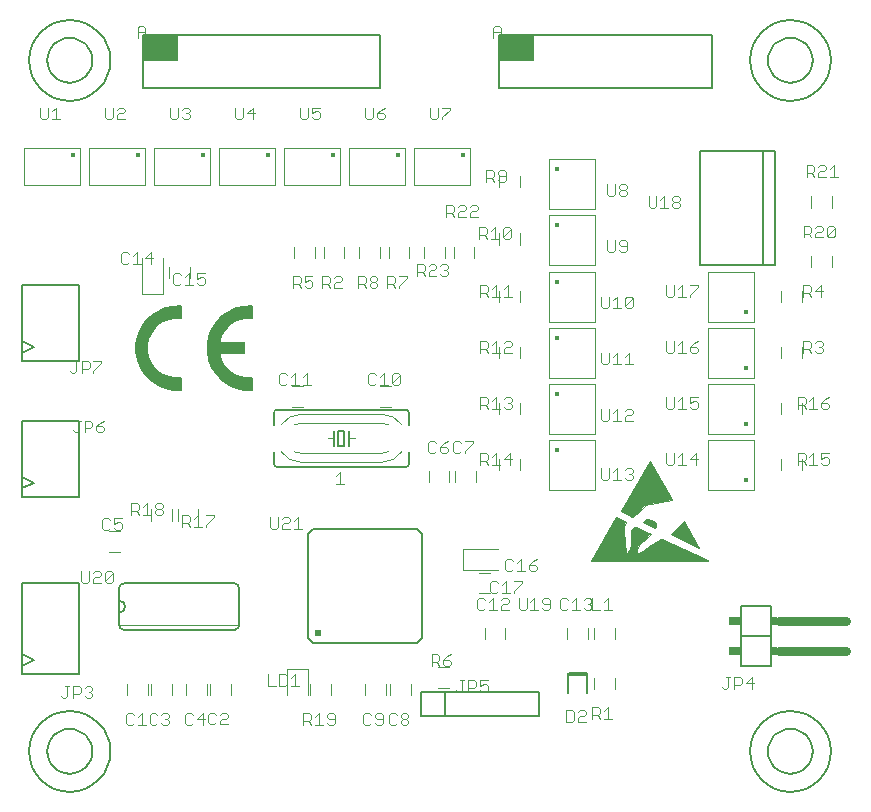
<source format=gbr>
G04 BEGIN FILE *
G04 EdaTools v1.0. *
G04 EdaTools CAM processor. Gerber generator. *
G04 Start timestamp: 11:45:42.022 *
G04 BEGIN HEADER *
%TF.FileFunction,Legend,Top*%
%TF.FilePolarity,Positive*%
%TF.Part,Single*%
%MOMM*%
%FSLAX35Y35*%
G04 END HEADER *
G04 BEGIN MACROS *
%AMM2*21,1,$1,$2,0,0,$3*%
%AMM1*21,1,$1,$2-$3-$3,0,0,$4*
21,1,$1-$3-$3,$2,0,0,$4*
$5=$1/2*
$6=$2/2*
$7=2x$3*
1,1,$7,$5-$3,$6-$3,$4*
1,1,$7,-$5+$3,$6-$3,$4*
1,1,$7,-$5+$3,-$6+$3,$4*
1,1,$7,$5-$3,-$6+$3,$4*%
G04 END MACROS *
G04 BEGIN APERTURES *
%ADD10C,0.1524*%
%ADD11C,0.2032*%
%ADD12C,0.127*%
%ADD13C,0.1*%
%ADD14C,0.0508*%
%ADD15C,0.6096*%
%ADD16C,0.762*%
%ADD17R,0.508X0.762*%
%ADD18R,1.016X0.762*%
%ADD19C,0.125*%
%ADD20C,0.4*%
%ADD21R,1.575X0.3*%
%ADD22R,3X2.25*%
%ADD23R,2.2385X1.0745*%
%ADD24C,0.1432*%
%ADD25C,0.047*%
G04 END APERTURES *
G04 BEGIN POLYGONS *
G36*
X01390400Y03607450D02*
G01*
Y03510750D01*
X01390431Y03510752D01*
X01322122Y03512329D01*
X01255390Y03527008D01*
X01192725Y03554243D01*
X01136465Y03593017D01*
X01088709Y03641884D01*
X01051239Y03699020D01*
X01025451Y03762294D01*
X01012310Y03829346D01*
X01012304Y03897673D01*
X01025434Y03964727D01*
X01051210Y04028005D01*
X01088671Y04085148D01*
X01136418Y04134023D01*
X01192671Y04172807D01*
X01255331Y04200053D01*
X01322060Y04214744D01*
X01390369Y04216332D01*
X01390400Y04119630D01*
X01390445Y04119625D01*
X01339505Y04120307D01*
X01289426Y04110956D01*
X01242166Y04091937D01*
X01199570Y04063992D01*
X01163304Y04028214D01*
X01134784Y03986002D01*
X01115124Y03939004D01*
X01105094Y03889057D01*
X01105085Y03838113D01*
X01115098Y03788162D01*
X01134741Y03741157D01*
X01163246Y03698935D01*
X01199500Y03663144D01*
X01242086Y03635185D01*
X01289340Y03616149D01*
X01339415Y03606780D01*
X01390355Y03607445D01*
X01390400Y03607450D01*
G37*
D24*
Y03510750D01*
X01390431Y03510752D01*
X01322122Y03512329D01*
X01255390Y03527008D01*
X01192725Y03554243D01*
X01136465Y03593017D01*
X01088709Y03641884D01*
X01051239Y03699020D01*
X01025451Y03762294D01*
X01012310Y03829346D01*
X01012304Y03897673D01*
X01025434Y03964727D01*
X01051210Y04028005D01*
X01088671Y04085148D01*
X01136418Y04134023D01*
X01192671Y04172807D01*
X01255331Y04200053D01*
X01322060Y04214744D01*
X01390369Y04216332D01*
X01390400Y04119630D01*
X01390445Y04119625D01*
X01339505Y04120307D01*
X01289426Y04110956D01*
X01242166Y04091937D01*
X01199570Y04063992D01*
X01163304Y04028214D01*
X01134784Y03986002D01*
X01115124Y03939004D01*
X01105094Y03889057D01*
X01105085Y03838113D01*
X01115098Y03788162D01*
X01134741Y03741157D01*
X01163246Y03698935D01*
X01199500Y03663144D01*
X01242086Y03635185D01*
X01289340Y03616149D01*
X01339415Y03606780D01*
X01390355Y03607445D01*
X01390400Y03607450D01*
G36*
X01995700D02*
Y03510750D01*
X01995731Y03510752D01*
X01927422Y03512329D01*
X01860690Y03527008D01*
X01798025Y03554243D01*
X01741765Y03593017D01*
X01694009Y03641884D01*
X01656539Y03699020D01*
X01630751Y03762294D01*
X01617610Y03829346D01*
X01617604Y03897673D01*
X01630734Y03964727D01*
X01656510Y04028005D01*
X01693971Y04085148D01*
X01741718Y04134023D01*
X01797971Y04172807D01*
X01860631Y04200053D01*
X01927360Y04214744D01*
X01995669Y04216332D01*
X01995700Y04119630D01*
X01995745Y04119625D01*
X01944805Y04120307D01*
X01894727Y04110956D01*
X01847466Y04091937D01*
X01804870Y04063992D01*
X01768604Y04028214D01*
X01740084Y03986002D01*
X01720424Y03939004D01*
X01710394Y03889057D01*
X01710385Y03838113D01*
X01720398Y03788162D01*
X01740041Y03741157D01*
X01768546Y03698935D01*
X01804800Y03663144D01*
X01847386Y03635185D01*
X01894640Y03616149D01*
X01944715Y03606780D01*
X01995655Y03607445D01*
X01995700Y03607450D01*
G37*
Y03510750D01*
X01995731Y03510752D01*
X01927422Y03512329D01*
X01860690Y03527008D01*
X01798025Y03554243D01*
X01741765Y03593017D01*
X01694009Y03641884D01*
X01656539Y03699020D01*
X01630751Y03762294D01*
X01617610Y03829346D01*
X01617604Y03897673D01*
X01630734Y03964727D01*
X01656510Y04028005D01*
X01693971Y04085148D01*
X01741718Y04134023D01*
X01797971Y04172807D01*
X01860631Y04200053D01*
X01927360Y04214744D01*
X01995669Y04216332D01*
X01995700Y04119630D01*
X01995745Y04119625D01*
X01944805Y04120307D01*
X01894727Y04110956D01*
X01847466Y04091937D01*
X01804870Y04063992D01*
X01768604Y04028214D01*
X01740084Y03986002D01*
X01720424Y03939004D01*
X01710394Y03889057D01*
X01710385Y03838113D01*
X01720398Y03788162D01*
X01740041Y03741157D01*
X01768546Y03698935D01*
X01804800Y03663144D01*
X01847386Y03635185D01*
X01894640Y03616149D01*
X01944715Y03606780D01*
X01995655Y03607445D01*
X01995700Y03607450D01*
G36*
X04859430Y02059430D02*
X05071560Y02431840D01*
X05161130Y02389420D01*
X05146990Y02365850D01*
X05142280Y02356420D01*
Y02318710D01*
X05156420Y02130140D01*
X05165850D01*
X05179990Y02139570D01*
X05189420Y02158430D01*
X05198850Y02186710D01*
X05203560Y02229140D01*
Y02318710D01*
X05227130Y02351700D01*
X05241270D01*
X05368550Y02290420D01*
Y02285710D01*
X05278990Y02205570D01*
X05260130Y02177280D01*
X05250700Y02158430D01*
Y02144280D01*
X05255420Y02134850D01*
X05260130Y02130140D01*
X05269560D01*
X05302560Y02149000D01*
X05340270Y02172570D01*
X05373270Y02196140D01*
X05415700Y02224420D01*
X05453410Y02247990D01*
X05462840D01*
X05854110Y02068860D01*
Y02059430D01*
X04859430D01*
G37*
D25*
X05071560Y02431840D01*
X05161130Y02389420D01*
X05146990Y02365850D01*
X05142280Y02356420D01*
Y02318710D01*
X05156420Y02130140D01*
X05165850D01*
X05179990Y02139570D01*
X05189420Y02158430D01*
X05198850Y02186710D01*
X05203560Y02229140D01*
Y02318710D01*
X05227130Y02351700D01*
X05241270D01*
X05368550Y02290420D01*
Y02285710D01*
X05278990Y02205570D01*
X05260130Y02177280D01*
X05250700Y02158430D01*
Y02144280D01*
X05255420Y02134850D01*
X05260130Y02130140D01*
X05269560D01*
X05302560Y02149000D01*
X05340270Y02172570D01*
X05373270Y02196140D01*
X05415700Y02224420D01*
X05453410Y02247990D01*
X05462840D01*
X05854110Y02068860D01*
Y02059430D01*
X04859430D01*
G36*
X05113990Y02483700D02*
X05359130Y02907970D01*
X05547690Y02582700D01*
Y02573270D01*
X05321410Y02530840D01*
X05316700Y02526130D01*
X05217700Y02436560D01*
X05208270D01*
X05113990Y02483700D01*
G37*
X05359130Y02907970D01*
X05547690Y02582700D01*
Y02573270D01*
X05321410Y02530840D01*
X05316700Y02526130D01*
X05217700Y02436560D01*
X05208270D01*
X05113990Y02483700D01*
G36*
X05302560Y02389420D02*
X05335560Y02412990D01*
X05344980D01*
X05392130Y02398850D01*
X05406270Y02389420D01*
X05415700Y02375280D01*
X05410980Y02356420D01*
X05401550Y02342280D01*
X05302560Y02389420D01*
G37*
X05335560Y02412990D01*
X05344980D01*
X05392130Y02398850D01*
X05406270Y02389420D01*
X05415700Y02375280D01*
X05410980Y02356420D01*
X05401550Y02342280D01*
X05302560Y02389420D01*
G36*
X05778680Y02172570D02*
X05542980Y02285710D01*
Y02290420D01*
X05646690Y02403560D01*
X05778680Y02172570D01*
G37*
X05542980Y02285710D01*
Y02290420D01*
X05646690Y02403560D01*
X05778680Y02172570D01*
G04 END POLYGONS *
G04 BEGIN IMAGE *
D10*
X06892900Y00450000D02*
X06886311Y00516896D01*
X06866798Y00581222D01*
X06835111Y00640505D01*
X06792467Y00692467D01*
X06740505Y00735111D01*
X06681222Y00766798D01*
X06616896Y00786311D01*
X06550000Y00792900D01*
X06483104Y00786311D01*
X06418778Y00766798D01*
X06359495Y00735111D01*
X06307533Y00692467D01*
X06264889Y00640505D01*
X06233202Y00581222D01*
X06213689Y00516896D01*
X06207100Y00450000D01*
X06213689Y00383104D01*
X06233202Y00318778D01*
X06264889Y00259495D01*
X06307533Y00207533D01*
X06359495Y00164889D01*
X06418778Y00133202D01*
X06483104Y00113689D01*
X06550000Y00107100D01*
X06616896Y00113689D01*
X06681222Y00133202D01*
X06740505Y00164889D01*
X06792467Y00207533D01*
X06835111Y00259495D01*
X06866798Y00318778D01*
X06886311Y00383104D01*
X06892900Y00450000D01*
D11*
X06740000D02*
X06736349Y00487067D01*
X06725537Y00522710D01*
X06707979Y00555558D01*
X06684350Y00584350D01*
X06655558Y00607979D01*
X06622710Y00625537D01*
X06587067Y00636349D01*
X06550000Y00640000D01*
X06512933Y00636349D01*
X06477290Y00625537D01*
X06444442Y00607979D01*
X06415650Y00584350D01*
X06392021Y00555558D01*
X06374463Y00522710D01*
X06363651Y00487067D01*
X06360000Y00450000D01*
X06363651Y00412933D01*
X06374463Y00377290D01*
X06392021Y00344442D01*
X06415650Y00315650D01*
X06444442Y00292021D01*
X06477290Y00274463D01*
X06512933Y00263651D01*
X06550000Y00260000D01*
X06587067Y00263651D01*
X06622710Y00274463D01*
X06655558Y00292021D01*
X06684350Y00315650D01*
X06707979Y00344442D01*
X06725537Y00377290D01*
X06736349Y00412933D01*
X06740000Y00450000D01*
D12*
X04425000Y00750000D02*
X03625000D01*
X03425000D01*
Y00950000D01*
X03625000D01*
X04425000D01*
Y00750000D01*
X03625000Y00950000D02*
Y00750000D01*
D13*
X04087500Y05227750D02*
Y05322250D01*
X04262500Y05227750D02*
Y05322250D01*
X04087500Y04740250D02*
Y04834750D01*
X04262500Y04740250D02*
Y04834750D01*
X04087500Y04252750D02*
Y04347250D01*
X04262500Y04252750D02*
Y04347250D01*
X04087500Y03777750D02*
Y03872250D01*
X04262500Y03777750D02*
Y03872250D01*
D10*
X01844900Y01870580D02*
X00905100D01*
X01844900Y01479420D02*
G03*
G75*
X01883000Y01517520I00000000J00038100D01*
X00867000Y01832480D02*
G02*
G75*
X00905100Y01870580I00038100J00000000D01*
X01844900D02*
X01883000Y01832480I00000000J-00038100D01*
X00867000Y01517520D02*
G03*
G75*
X00905100Y01479420I00038100J00000000D01*
G01*
X01844900D01*
X01883000Y01517520D02*
Y01832480D01*
X00867000D02*
Y01725800D01*
Y01624200D01*
Y01517520D01*
Y01725800D02*
G02*
G75*
Y01624200I00000000J-00050800D01*
D14*
Y01514980D02*
G01*
X01883000D01*
D13*
X01113250Y01022250D02*
Y00927750D01*
X00936750Y01022250D02*
Y00927750D01*
X01813250Y01022250D02*
Y00927750D01*
X01636750Y01022250D02*
Y00927750D01*
X01313250Y01022250D02*
Y00927750D01*
X01136750Y01022250D02*
Y00927750D01*
X01613250Y01022250D02*
Y00927750D01*
X01436750Y01022250D02*
Y00927750D01*
D12*
X00040880Y02600000D02*
X00525000D01*
Y03250000D01*
X00040880D01*
X00040880Y02775000D01*
Y02600000D01*
X00040870Y02675000D02*
X00150000Y02725000D01*
X00040880Y02775000D01*
Y03750000D02*
X00525000D01*
Y04400000D01*
X00040880D01*
X00040880Y03925000D01*
Y03750000D01*
X00040870Y03825000D02*
X00150000Y03875000D01*
X00040880Y03925000D01*
D10*
X06892900Y06300000D02*
X06886311Y06366896D01*
X06866798Y06431222D01*
X06835111Y06490505D01*
X06792467Y06542467D01*
X06740505Y06585111D01*
X06681222Y06616798D01*
X06616896Y06636311D01*
X06550000Y06642900D01*
X06483104Y06636311D01*
X06418778Y06616798D01*
X06359495Y06585111D01*
X06307533Y06542467D01*
X06264889Y06490505D01*
X06233202Y06431222D01*
X06213689Y06366896D01*
X06207100Y06300000D01*
X06213689Y06233104D01*
X06233202Y06168778D01*
X06264889Y06109495D01*
X06307533Y06057533D01*
X06359495Y06014889D01*
X06418778Y05983202D01*
X06483104Y05963689D01*
X06550000Y05957100D01*
X06616896Y05963689D01*
X06681222Y05983202D01*
X06740505Y06014889D01*
X06792467Y06057533D01*
X06835111Y06109495D01*
X06866798Y06168778D01*
X06886311Y06233104D01*
X06892900Y06300000D01*
D11*
X06740000D02*
X06736349Y06337067D01*
X06725537Y06372710D01*
X06707979Y06405558D01*
X06684350Y06434350D01*
X06655558Y06457979D01*
X06622710Y06475537D01*
X06587067Y06486349D01*
X06550000Y06490000D01*
X06512933Y06486349D01*
X06477290Y06475537D01*
X06444442Y06457979D01*
X06415650Y06434350D01*
X06392021Y06405558D01*
X06374463Y06372710D01*
X06363651Y06337067D01*
X06360000Y06300000D01*
X06363651Y06262933D01*
X06374463Y06227290D01*
X06392021Y06194442D01*
X06415650Y06165650D01*
X06444442Y06142021D01*
X06477290Y06124463D01*
X06512933Y06113651D01*
X06550000Y06110000D01*
X06587067Y06113651D01*
X06622710Y06124463D01*
X06655558Y06142021D01*
X06684350Y06165650D01*
X06707979Y06194442D01*
X06725537Y06227290D01*
X06736349Y06262933D01*
X06740000Y06300000D01*
D13*
X03888250Y02822250D02*
Y02727750D01*
X03711750Y02822250D02*
Y02727750D01*
X03663250Y02822250D02*
Y02727750D01*
X03486750Y02822250D02*
Y02727750D01*
X00777750Y02313250D02*
X00872250D01*
X00777750Y02136750D02*
X00872250D01*
D14*
X02407100Y03303200D02*
G03*
G75*
X02239100Y03214290I00000014J-00203204D01*
D10*
X02178500Y03214300D02*
G01*
Y03315900D01*
D14*
X03260910Y03214300D02*
G03*
G75*
X03092900Y03303200I-00168010J-00114308D01*
D10*
X03321500Y03214300D02*
G01*
Y03315900D01*
D14*
X03092900Y02973000D02*
X02407100D01*
X03092900Y02896800D02*
X02407100D01*
Y03227000D02*
X03092900D01*
D10*
X03296100Y02858700D02*
X02203900D01*
X03321500Y02884100D02*
G02*
G75*
X03296100Y02858700I-00025400J00000000D01*
X03321500Y02884100D02*
G01*
Y02985700D01*
D14*
X03148260D02*
G02*
G75*
X03092900Y02973000I-00055361J00114314D01*
X03148260Y03214300D02*
G03*
G75*
X03092900Y03227000I-00055361J-00114314D01*
X03260910Y02985700D02*
G02*
G75*
X03092900Y02896790I-00168019J00114303D01*
X02407100Y02896800D02*
X02239090Y02985700I00000000J00203208D01*
X02407100Y02973000D02*
X02351740Y02985700I00000001J00127014D01*
X02407100Y03227000D02*
G03*
G75*
X02351740Y03214300I00000001J-00127014D01*
D10*
X02178500Y02884100D02*
G01*
Y02985700D01*
X02203900Y02858700D02*
G02*
G75*
X02178500Y02884100I00000000J00025400D01*
D14*
X02407100Y03303200D02*
G01*
X03092900D01*
D10*
X03296100Y03341300D02*
X02203900D01*
X03321500Y03315900D02*
G03*
G75*
X03296100Y03341300I-00025400J00000000D01*
X02203900D02*
X02178500Y03315900I00000000J-00025400D01*
X02775400Y03036500D02*
G01*
Y03163500D01*
X02724600D01*
Y03036500D01*
X02775400D01*
X02813500D02*
Y03100000D01*
Y03163500D01*
D14*
Y03100000D02*
X02864300D01*
D10*
X02686500Y03036500D02*
Y03100000D01*
Y03163500D01*
D14*
Y03100000D02*
X02635700D01*
D13*
X03172250Y03361750D02*
X03077750D01*
X03172250Y03538250D02*
X03077750D01*
X02327750D02*
X02422250D01*
X02327750Y03361750D02*
X02422250D01*
X01362500Y02402750D02*
Y02497250D01*
X01537500Y02402750D02*
Y02497250D01*
X01137500Y02402750D02*
Y02497250D01*
X01312500Y02402750D02*
Y02497250D01*
X04087500Y03302750D02*
Y03397250D01*
X04262500Y03302750D02*
Y03397250D01*
X04087500Y02827750D02*
Y02922250D01*
X04262500Y02827750D02*
Y02922250D01*
D11*
X02510000Y01370000D02*
X02470000Y01410000D01*
Y02290000D01*
X02510000Y02330000D01*
X03390000D01*
X03430000Y02290000D01*
Y01410000D01*
X03390000Y01370000D01*
X02510000D01*
D15*
X02550000Y01450000D03*
D13*
X02949250Y00927750D02*
Y01022250D01*
X03125750Y00927750D02*
Y01022250D01*
X03161750Y00927750D02*
Y01022250D01*
X03338250Y00927750D02*
Y01022250D01*
X06650000Y02922250D02*
Y02827750D01*
X06475000Y02922250D02*
Y02827750D01*
X06650000Y03397250D02*
Y03302750D01*
X06475000Y03397250D02*
Y03302750D01*
X04138250Y01497250D02*
Y01402750D01*
X03961750Y01497250D02*
Y01402750D01*
X04661750D02*
Y01497250D01*
X04838250Y01402750D02*
Y01497250D01*
X01062500Y04325000D02*
Y04625000D01*
X01237500Y04325000D02*
Y04625000D01*
Y04325000D02*
X01062500D01*
D10*
X06134500Y01679000D02*
Y01425000D01*
X06388500D01*
Y01679000D01*
X06134500D01*
D16*
X07023500Y01552000D02*
X06452000Y01552000D01*
D10*
X06134500Y01425000D02*
Y01171000D01*
X06388500D01*
Y01425000D01*
D16*
X07023500Y01298000D02*
X06452000Y01298000D01*
D17*
X06413900Y01552000D03*
Y01298000D03*
D18*
X06083700Y01552000D03*
Y01298000D03*
D13*
X01463250Y04547250D02*
Y04452750D01*
X01286750Y04547250D02*
Y04452750D01*
X03775000Y02162500D02*
X04075000D01*
X03775000Y01987500D02*
X04075000D01*
X03775000D02*
Y02162500D01*
X04009750Y01786750D02*
X03915250D01*
X04009750Y01963250D02*
X03915250D01*
X02487500Y00927750D02*
Y01022250D01*
X02662500Y00927750D02*
Y01022250D01*
X02462500Y01150000D02*
Y00927750D01*
X02287500Y01150000D02*
Y00927750D01*
X02462500Y01150000D02*
X02287500D01*
X06650000Y03872250D02*
Y03777750D01*
X06475000Y03872250D02*
Y03777750D01*
X06650000Y04347250D02*
Y04252750D01*
X06475000Y04347250D02*
Y04252750D01*
D10*
X00792900Y06300000D02*
X00786311Y06366896D01*
X00766798Y06431222D01*
X00735111Y06490505D01*
X00692467Y06542467D01*
X00640505Y06585111D01*
X00581222Y06616798D01*
X00516896Y06636311D01*
X00450000Y06642900D01*
X00383104Y06636311D01*
X00318778Y06616798D01*
X00259495Y06585111D01*
X00207533Y06542467D01*
X00164889Y06490505D01*
X00133202Y06431222D01*
X00113689Y06366896D01*
X00107100Y06300000D01*
X00113689Y06233104D01*
X00133202Y06168778D01*
X00164889Y06109495D01*
X00207533Y06057533D01*
X00259495Y06014889D01*
X00318778Y05983202D01*
X00383104Y05963689D01*
X00450000Y05957100D01*
X00516896Y05963689D01*
X00581222Y05983202D01*
X00640505Y06014889D01*
X00692467Y06057533D01*
X00735111Y06109495D01*
X00766798Y06168778D01*
X00786311Y06233104D01*
X00792900Y06300000D01*
D11*
X00640000D02*
X00636349Y06337067D01*
X00625537Y06372710D01*
X00607979Y06405558D01*
X00584350Y06434350D01*
X00555558Y06457979D01*
X00522710Y06475537D01*
X00487067Y06486349D01*
X00450000Y06490000D01*
X00412933Y06486349D01*
X00377290Y06475537D01*
X00344442Y06457979D01*
X00315650Y06434350D01*
X00292021Y06405558D01*
X00274463Y06372710D01*
X00263651Y06337067D01*
X00260000Y06300000D01*
X00263651Y06262933D01*
X00274463Y06227290D01*
X00292021Y06194442D01*
X00315650Y06165650D01*
X00344442Y06142021D01*
X00377290Y06124463D01*
X00412933Y06113651D01*
X00450000Y06110000D01*
X00487067Y06113651D01*
X00522710Y06124463D01*
X00555558Y06142021D01*
X00584350Y06165650D01*
X00607979Y06194442D01*
X00625537Y06227290D01*
X00636349Y06262933D01*
X00640000Y06300000D01*
D10*
X00792900Y00450000D02*
X00786311Y00516896D01*
X00766798Y00581222D01*
X00735111Y00640505D01*
X00692467Y00692467D01*
X00640505Y00735111D01*
X00581222Y00766798D01*
X00516896Y00786311D01*
X00450000Y00792900D01*
X00383104Y00786311D01*
X00318778Y00766798D01*
X00259495Y00735111D01*
X00207533Y00692467D01*
X00164889Y00640505D01*
X00133202Y00581222D01*
X00113689Y00516896D01*
X00107100Y00450000D01*
X00113689Y00383104D01*
X00133202Y00318778D01*
X00164889Y00259495D01*
X00207533Y00207533D01*
X00259495Y00164889D01*
X00318778Y00133202D01*
X00383104Y00113689D01*
X00450000Y00107100D01*
X00516896Y00113689D01*
X00581222Y00133202D01*
X00640505Y00164889D01*
X00692467Y00207533D01*
X00735111Y00259495D01*
X00766798Y00318778D01*
X00786311Y00383104D01*
X00792900Y00450000D01*
D11*
X00640000D02*
X00636349Y00487067D01*
X00625537Y00522710D01*
X00607979Y00555558D01*
X00584350Y00584350D01*
X00555558Y00607979D01*
X00522710Y00625537D01*
X00487067Y00636349D01*
X00450000Y00640000D01*
X00412933Y00636349D01*
X00377290Y00625537D01*
X00344442Y00607979D01*
X00315650Y00584350D01*
X00292021Y00555558D01*
X00274463Y00522710D01*
X00263651Y00487067D01*
X00260000Y00450000D01*
X00263651Y00412933D01*
X00274463Y00377290D01*
X00292021Y00344442D01*
X00315650Y00315650D01*
X00344442Y00292021D01*
X00377290Y00274463D01*
X00412933Y00263651D01*
X00450000Y00260000D01*
X00487067Y00263651D01*
X00522710Y00274463D01*
X00555558Y00292021D01*
X00584350Y00315650D01*
X00607979Y00344442D01*
X00625537Y00377290D01*
X00636349Y00412933D01*
X00640000Y00450000D01*
D12*
X00040880Y01100000D02*
X00525000D01*
Y01877000D01*
X00040880D01*
X00040880Y01275000D01*
Y01100000D01*
X00040870Y01175000D02*
X00150000Y01225000D01*
X00040880Y01275000D01*
D13*
X04887500Y01402750D02*
Y01497250D01*
X05062500Y01402750D02*
Y01497250D01*
Y01072250D02*
Y00977750D01*
X04887500Y01072250D02*
Y00977750D01*
X02775000Y04722250D02*
Y04627750D01*
X02600000Y04722250D02*
Y04627750D01*
X02525000Y04722250D02*
Y04627750D01*
X02350000Y04722250D02*
Y04627750D01*
X03565250Y01162500D02*
X03659750D01*
X03565250Y00987500D02*
X03659750D01*
D19*
X00060000Y05241750D02*
Y05508250D01*
Y05558250D01*
X00540000D01*
Y05508250D01*
Y05241750D01*
X00060000D01*
D20*
X00475000Y05500000D03*
D19*
X00610000Y05241750D02*
Y05508250D01*
Y05558250D01*
X01090000D01*
Y05508250D01*
Y05241750D01*
X00610000D01*
D20*
X01025000Y05500000D03*
D19*
X01160000Y05241750D02*
Y05508250D01*
Y05558250D01*
X01640000D01*
Y05508250D01*
Y05241750D01*
X01160000D01*
D20*
X01575000Y05500000D03*
D19*
X01710000Y05241750D02*
Y05508250D01*
Y05558250D01*
X02190000D01*
Y05508250D01*
Y05241750D01*
X01710000D01*
D20*
X02125000Y05500000D03*
D19*
X02260000Y05241750D02*
Y05508250D01*
Y05558250D01*
X02740000D01*
Y05508250D01*
Y05241750D01*
X02260000D01*
D20*
X02675000Y05500000D03*
D11*
X04830000Y01110000D02*
Y00940000D01*
X04670000D02*
Y01110000D01*
D21*
X04751250Y01105000D03*
D19*
X04894250Y05038250D02*
X04505750D01*
Y05461750D01*
X04894250D01*
Y05038250D01*
D20*
X04573000Y05377000D03*
D19*
X04894250Y04563250D02*
X04505750D01*
Y04986750D01*
X04894250D01*
Y04563250D01*
D20*
X04573000Y04902000D03*
D19*
X04894250Y04088250D02*
X04505750D01*
Y04511750D01*
X04894250D01*
Y04088250D01*
D20*
X04573000Y04427000D03*
D19*
X04894250Y03613250D02*
X04505750D01*
Y04036750D01*
X04894250D01*
Y03613250D01*
D20*
X04573000Y03952000D03*
D19*
X04894250Y03138250D02*
X04505750D01*
Y03561750D01*
X04894250D01*
Y03138250D01*
D20*
X04573000Y03477000D03*
D19*
X04894250Y02663250D02*
X04505750D01*
Y03086750D01*
X04894250D01*
Y02663250D01*
D20*
X04573000Y03002000D03*
D19*
X05855750Y03086750D02*
X06244250D01*
Y02663250D01*
X05855750D01*
Y03086750D01*
D20*
X06177000Y02748000D03*
D19*
X05855750Y03561750D02*
X06244250D01*
Y03138250D01*
X05855750D01*
Y03561750D01*
D20*
X06177000Y03223000D03*
D19*
X05855750Y04036750D02*
X06244250D01*
Y03613250D01*
X05855750D01*
Y04036750D01*
D20*
X06177000Y03698000D03*
D19*
X05855750Y04511750D02*
X06244250D01*
Y04088250D01*
X05855750D01*
Y04511750D01*
D20*
X06177000Y04173000D03*
D13*
X03325000Y04722250D02*
Y04627750D01*
X03150000Y04722250D02*
Y04627750D01*
X03075000Y04722250D02*
Y04627750D01*
X02900000Y04722250D02*
Y04627750D01*
D19*
X02810000Y05241750D02*
Y05508250D01*
Y05558250D01*
X03290000D01*
Y05508250D01*
Y05241750D01*
X02810000D01*
D20*
X03225000Y05500000D03*
D12*
X01073000Y06062500D02*
X03073000D01*
Y06512500D01*
X01073000D01*
Y06062500D01*
D22*
X01223000Y06400000D03*
D12*
X04085500Y06062500D02*
X05885500D01*
Y06512500D01*
X04085500D01*
Y06062500D01*
D22*
X04235500Y06400000D03*
D23*
X01821095Y03863535D03*
D13*
X06725000Y04552750D02*
Y04647250D01*
X06900000Y04552750D02*
Y04647250D01*
X06725000Y05052750D02*
Y05147250D01*
X06900000Y05052750D02*
Y05147250D01*
D10*
X05782000Y05535500D02*
X06316400D01*
X06418000D01*
X05782000Y04564500D02*
Y05535500D01*
X06418000D02*
Y04564500D01*
X05782000D01*
X06316400Y05535500D02*
Y04564500D01*
D19*
X03360000Y05241750D02*
Y05508250D01*
Y05558250D01*
X03840000D01*
Y05508250D01*
Y05241750D01*
X03360000D01*
D20*
X03775000Y05500000D03*
D13*
X03875000Y04722250D02*
Y04627750D01*
X03700000Y04722250D02*
Y04627750D01*
X03625000Y04722250D02*
Y04627750D01*
X03450000Y04722250D02*
Y04627750D01*
X03722600Y00966133D02*
X03739534Y00949200D01*
X03756467D01*
X03773400Y00966133D01*
Y01050800D01*
X03756467D02*
X03790334D01*
X03824200Y00949200D02*
Y01050800D01*
X03875000D01*
X03891933Y01033867D01*
Y01000000D01*
X03875000Y00983067D01*
X03824200D01*
X03925800Y00966133D02*
X03942733Y00949200D01*
X03976600D01*
X03993533Y00966133D01*
Y01000000D01*
X03976600Y01016933D01*
X03959666D01*
X03925800Y01000000D01*
Y01050800D01*
X03993533D01*
X03971400Y05273000D02*
Y05374600D01*
X04022200D01*
X04039133Y05357666D01*
Y05323800D01*
X04022200Y05306866D01*
X03971400D01*
X04039133Y05273000D02*
X04022200Y05306866D01*
X04073000Y05289933D02*
X04089933Y05273000D01*
X04123800D01*
X04140733Y05289933D01*
Y05357666D01*
X04123800Y05374600D01*
X04089933D01*
X04073000Y05357666D01*
Y05340733D01*
X04089933Y05323800D01*
X04140733D01*
X03917600Y04790000D02*
Y04891600D01*
X03968400D01*
X03985334Y04874666D01*
Y04840800D01*
X03968400Y04823866D01*
X03917600D01*
X03985334Y04790000D02*
X03968400Y04823866D01*
X04019200Y04790000D02*
X04086933D01*
X04053067D02*
Y04891600D01*
X04019200Y04857733D01*
X04120800Y04806933D02*
X04137733Y04790000D01*
X04171600D01*
X04188533Y04806933D01*
Y04874666D01*
X04171600Y04891600D01*
X04137733D01*
X04120800Y04874666D01*
Y04806933D01*
X04188533Y04874666D01*
X03920600Y04298000D02*
Y04399600D01*
X03971400D01*
X03988334Y04382666D01*
Y04348800D01*
X03971400Y04331866D01*
X03920600D01*
X03988334Y04298000D02*
X03971400Y04331866D01*
X04022200Y04298000D02*
X04089933D01*
X04056067D02*
Y04399600D01*
X04022200Y04365733D01*
X04123800Y04298000D02*
X04191533D01*
X04157666D02*
Y04399600D01*
X04123800Y04365733D01*
X03920600Y03823000D02*
Y03924600D01*
X03971400D01*
X03988334Y03907666D01*
Y03873800D01*
X03971400Y03856867D01*
X03920600D01*
X03988334Y03823000D02*
X03971400Y03856867D01*
X04022200Y03823000D02*
X04089933D01*
X04056067D02*
Y03924600D01*
X04022200Y03890733D01*
X04191533Y03823000D02*
X04123800D01*
Y03856867D01*
X04140733Y03873800D01*
X04174600D01*
X04191533Y03890733D01*
Y03907666D01*
X04174600Y03924600D01*
X04140733D01*
X04123800Y03907666D01*
X00547600Y01975800D02*
Y01891133D01*
X00564534Y01874200D01*
X00598400D01*
X00615334Y01891133D01*
Y01975800D01*
X00716933Y01874200D02*
X00649200D01*
Y01908067D01*
X00666133Y01925000D01*
X00700000D01*
X00716933Y01941933D01*
Y01958867D01*
X00700000Y01975800D01*
X00666133D01*
X00649200Y01958867D01*
X00750800Y01891133D02*
X00767733Y01874200D01*
X00801600D01*
X00818533Y01891133D01*
Y01958867D01*
X00801600Y01975800D01*
X00767733D01*
X00750800Y01958867D01*
Y01891133D01*
X00818533Y01958867D01*
X00991667Y00758333D02*
X00975000Y00775000D01*
X00941667D01*
X00925000Y00758333D01*
Y00691667D01*
X00941667Y00675000D01*
X00975000D01*
X00991667Y00691667D01*
X01025000Y00675000D02*
X01091666D01*
X01058333D02*
Y00775000D01*
X01025000Y00741666D01*
X01689667Y00760333D02*
X01673000Y00777000D01*
X01639667D01*
X01623000Y00760333D01*
Y00693667D01*
X01639667Y00677000D01*
X01673000D01*
X01689667Y00693667D01*
X01789666Y00677000D02*
X01723000D01*
Y00710333D01*
X01739667Y00727000D01*
X01773000D01*
X01789666Y00743666D01*
Y00760333D01*
X01773000Y00777000D01*
X01739667D01*
X01723000Y00760333D01*
X01191667Y00758333D02*
X01175000Y00775000D01*
X01141667D01*
X01125000Y00758333D01*
Y00691667D01*
X01141667Y00675000D01*
X01175000D01*
X01191667Y00691667D01*
X01225000D02*
X01241667Y00675000D01*
X01275000D01*
X01291666Y00691667D01*
Y00708333D01*
X01275000Y00725000D01*
X01258333D01*
X01275000D02*
X01291666Y00741666D01*
Y00758333D01*
X01275000Y00775000D01*
X01241667D01*
X01225000Y00758333D01*
X01491667Y00758333D02*
X01475000Y00775000D01*
X01441667D01*
X01425000Y00758333D01*
Y00691666D01*
X01441667Y00675000D01*
X01475000D01*
X01491667Y00691666D01*
X01575000Y00675000D02*
Y00775000D01*
X01525000Y00725000D01*
X01591666D01*
X00475001Y03166667D02*
X00491667Y03150000D01*
X00508334D01*
X00525000Y03166667D01*
Y03250000D01*
X00508334D02*
X00541667D01*
X00575000Y03150000D02*
Y03250000D01*
X00625000D01*
X00641667Y03233333D01*
Y03200000D01*
X00625000Y03183333D01*
X00575000D01*
X00675000Y03200000D02*
Y03166667D01*
X00691666Y03150000D01*
X00725000D01*
X00741666Y03166667D01*
Y03183333D01*
X00725000Y03200000D01*
X00675000D01*
X00708333Y03233333D01*
X00741666Y03250000D01*
X00450001Y03666667D02*
X00466667Y03650000D01*
X00483334D01*
X00500000Y03666667D01*
Y03750000D01*
X00483334D02*
X00516667D01*
X00550000Y03650000D02*
Y03750000D01*
X00600000D01*
X00616667Y03733333D01*
Y03700000D01*
X00600000Y03683333D01*
X00550000D01*
X00650000Y03750000D02*
X00716666D01*
Y03733333D01*
X00650000Y03666667D01*
Y03650000D01*
X03766133Y03059666D02*
X03749200Y03076600D01*
X03715334D01*
X03698400Y03059666D01*
Y02991933D01*
X03715334Y02975000D01*
X03749200D01*
X03766133Y02991933D01*
X03800000Y03076600D02*
X03867733D01*
Y03059666D01*
X03800000Y02991933D01*
Y02975000D01*
X03553633Y03059666D02*
X03536700Y03076600D01*
X03502834D01*
X03485900Y03059666D01*
Y02991933D01*
X03502834Y02975000D01*
X03536700D01*
X03553633Y02991933D01*
X03587500Y03025800D02*
Y02991933D01*
X03604433Y02975000D01*
X03638300D01*
X03655233Y02991933D01*
Y03008866D01*
X03638300Y03025800D01*
X03587500D01*
X03621367Y03059666D01*
X03655233Y03076600D01*
X00791667Y02408333D02*
X00775000Y02425000D01*
X00741667D01*
X00725000Y02408333D01*
Y02341667D01*
X00741667Y02325000D01*
X00775000D01*
X00791667Y02341667D01*
X00825000D02*
X00841667Y02325000D01*
X00875000D01*
X00891666Y02341667D01*
Y02375000D01*
X00875000Y02391666D01*
X00858333D01*
X00825000Y02375000D01*
Y02425000D01*
X00891666D01*
X02702700Y02716700D02*
X02770433D01*
X02736567D02*
Y02818300D01*
X02702700Y02784433D01*
X03040334Y03636666D02*
X03023400Y03653600D01*
X02989534D01*
X02972600Y03636666D01*
Y03568933D01*
X02989534Y03552000D01*
X03023400D01*
X03040334Y03568933D01*
X03074200Y03552000D02*
X03141933D01*
X03108067D02*
Y03653600D01*
X03074200Y03619733D01*
X03175800Y03568933D02*
X03192733Y03552000D01*
X03226600D01*
X03243533Y03568933D01*
Y03636666D01*
X03226600Y03653600D01*
X03192733D01*
X03175800Y03636666D01*
Y03568933D01*
X03243533Y03636666D01*
X02290334D02*
X02273400Y03653600D01*
X02239534D01*
X02222600Y03636666D01*
Y03568933D01*
X02239534Y03552000D01*
X02273400D01*
X02290334Y03568933D01*
X02324200Y03552000D02*
X02391933D01*
X02358067D02*
Y03653600D01*
X02324200Y03619733D01*
X02425800Y03552000D02*
X02493533D01*
X02459666D02*
Y03653600D01*
X02425800Y03619733D01*
X01395600Y02346400D02*
Y02448000D01*
X01446400D01*
X01463333Y02431067D01*
Y02397200D01*
X01446400Y02380267D01*
X01395600D01*
X01463333Y02346400D02*
X01446400Y02380267D01*
X01497200Y02346400D02*
X01564933D01*
X01531067D02*
Y02448000D01*
X01497200Y02414134D01*
X01598800Y02448000D02*
X01666533D01*
Y02431067D01*
X01598800Y02363334D01*
Y02346400D01*
X00970600Y02448000D02*
Y02549600D01*
X01021400D01*
X01038334Y02532667D01*
Y02498800D01*
X01021400Y02481867D01*
X00970600D01*
X01038334Y02448000D02*
X01021400Y02481867D01*
X01072200Y02448000D02*
X01139933D01*
X01106067D02*
Y02549600D01*
X01072200Y02515733D01*
X01190733Y02498800D02*
X01173800Y02481867D01*
Y02464933D01*
X01190733Y02448000D01*
X01224600D01*
X01241533Y02464933D01*
Y02481867D01*
X01224600Y02498800D01*
X01190733D01*
X01173800Y02515733D01*
Y02532667D01*
X01190733Y02549600D01*
X01224600D01*
X01241533Y02532667D01*
Y02515733D01*
X01224600Y02498800D01*
X03920600Y03348000D02*
Y03449600D01*
X03971400D01*
X03988334Y03432666D01*
Y03398800D01*
X03971400Y03381866D01*
X03920600D01*
X03988334Y03348000D02*
X03971400Y03381866D01*
X04022200Y03348000D02*
X04089933D01*
X04056067D02*
Y03449600D01*
X04022200Y03415733D01*
X04123800Y03364933D02*
X04140733Y03348000D01*
X04174600D01*
X04191533Y03364933D01*
Y03381866D01*
X04174600Y03398800D01*
X04157666D01*
X04174600D02*
X04191533Y03415733D01*
Y03432666D01*
X04174600Y03449600D01*
X04140733D01*
X04123800Y03432666D01*
X03925001Y02875000D02*
Y02975000D01*
X03975000D01*
X03991667Y02958333D01*
Y02925000D01*
X03975000Y02908333D01*
X03925001D01*
X03991667Y02875000D02*
X03975000Y02908333D01*
X04025000Y02875000D02*
X04091667D01*
X04058333D02*
Y02975000D01*
X04025000Y02941666D01*
X04175000Y02875000D02*
Y02975000D01*
X04125000Y02925000D01*
X04191666D01*
X02141200Y02436600D02*
Y02351933D01*
X02158134Y02335000D01*
X02192000D01*
X02208934Y02351933D01*
Y02436600D01*
X02310533Y02335000D02*
X02242800D01*
Y02368866D01*
X02259733Y02385800D01*
X02293600D01*
X02310533Y02402733D01*
Y02419666D01*
X02293600Y02436600D01*
X02259733D01*
X02242800Y02419666D01*
X02344400Y02335000D02*
X02412133D01*
X02378266D02*
Y02436600D01*
X02344400Y02402733D01*
X03003633Y00759666D02*
X02986700Y00776600D01*
X02952834D01*
X02935900Y00759666D01*
Y00691933D01*
X02952834Y00675000D01*
X02986700D01*
X03003633Y00691933D01*
X03037500D02*
X03054433Y00675000D01*
X03088300D01*
X03105233Y00691933D01*
Y00759666D01*
X03088300Y00776600D01*
X03054433D01*
X03037500Y00759666D01*
Y00742733D01*
X03054433Y00725800D01*
X03105233D01*
X03216667Y00758333D02*
X03200000Y00775000D01*
X03166667D01*
X03150000Y00758333D01*
Y00691667D01*
X03166667Y00675000D01*
X03200000D01*
X03216667Y00691667D01*
X03266667Y00725000D02*
X03250000Y00708333D01*
Y00691667D01*
X03266667Y00675000D01*
X03300000D01*
X03316666Y00691667D01*
Y00708333D01*
X03300000Y00725000D01*
X03266667D01*
X03250000Y00741666D01*
Y00758333D01*
X03266667Y00775000D01*
X03300000D01*
X03316666Y00758333D01*
Y00741666D01*
X03300000Y00725000D01*
X06612501Y02875000D02*
Y02975000D01*
X06662500D01*
X06679167Y02958333D01*
Y02925000D01*
X06662500Y02908333D01*
X06612501D01*
X06679167Y02875000D02*
X06662500Y02908333D01*
X06712500Y02875000D02*
X06779167D01*
X06745833D02*
Y02975000D01*
X06712500Y02941666D01*
X06812500Y02891666D02*
X06829166Y02875000D01*
X06862500D01*
X06879166Y02891666D01*
Y02925000D01*
X06862500Y02941666D01*
X06845833D01*
X06812500Y02925000D01*
Y02975000D01*
X06879166D01*
X06612501Y03350000D02*
Y03450000D01*
X06662500D01*
X06679167Y03433333D01*
Y03400000D01*
X06662500Y03383333D01*
X06612501D01*
X06679167Y03350000D02*
X06662500Y03383333D01*
X06712500Y03350000D02*
X06779167D01*
X06745833D02*
Y03450000D01*
X06712500Y03416666D01*
X06812500Y03400000D02*
Y03366666D01*
X06829166Y03350000D01*
X06862500D01*
X06879166Y03366666D01*
Y03383333D01*
X06862500Y03400000D01*
X06812500D01*
X06845833Y03433333D01*
X06879166Y03450000D01*
X03966667Y01733333D02*
X03950000Y01750000D01*
X03916667D01*
X03900001Y01733333D01*
Y01666667D01*
X03916667Y01650000D01*
X03950000D01*
X03966667Y01666667D01*
X04000000Y01650000D02*
X04066667D01*
X04033333D02*
Y01750000D01*
X04000000Y01716666D01*
X04166666Y01650000D02*
X04100000D01*
Y01683333D01*
X04116666Y01700000D01*
X04150000D01*
X04166666Y01716666D01*
Y01733333D01*
X04150000Y01750000D01*
X04116666D01*
X04100000Y01733333D01*
X04666667Y01733333D02*
X04650000Y01749999D01*
X04616667D01*
X04600001Y01733333D01*
Y01666666D01*
X04616667Y01650000D01*
X04650000D01*
X04666667Y01666666D01*
X04700000Y01650000D02*
X04766667D01*
X04733333D02*
Y01749999D01*
X04700000Y01716666D01*
X04800000Y01666666D02*
X04816666Y01650000D01*
X04850000D01*
X04866666Y01666666D01*
Y01683333D01*
X04850000Y01700000D01*
X04833333D01*
X04850000D02*
X04866666Y01716666D01*
Y01733333D01*
X04850000Y01749999D01*
X04816666D01*
X04800000Y01733333D01*
X00952834Y04659666D02*
X00935900Y04676600D01*
X00902034D01*
X00885100Y04659666D01*
Y04591933D01*
X00902034Y04575000D01*
X00935900D01*
X00952834Y04591933D01*
X00986700Y04575000D02*
X01054433D01*
X01020567D02*
Y04676600D01*
X00986700Y04642733D01*
X01139100Y04575000D02*
Y04676600D01*
X01088300Y04625800D01*
X01156033D01*
X05975001Y00991667D02*
X05991667Y00975000D01*
X06008334D01*
X06025000Y00991667D01*
Y01075000D01*
X06008334D02*
X06041667D01*
X06075000Y00975000D02*
Y01075000D01*
X06125000D01*
X06141667Y01058333D01*
Y01025000D01*
X06125000Y01008333D01*
X06075000D01*
X06225000Y00975000D02*
Y01075000D01*
X06175000Y01025000D01*
X06241666D01*
X01390333Y04483067D02*
X01373400Y04500000D01*
X01339534D01*
X01322600Y04483067D01*
Y04415334D01*
X01339534Y04398400D01*
X01373400D01*
X01390333Y04415334D01*
X01424200Y04398400D02*
X01491933D01*
X01458067D02*
Y04500000D01*
X01424200Y04466133D01*
X01525800Y04415334D02*
X01542733Y04398400D01*
X01576600D01*
X01593533Y04415334D01*
Y04449200D01*
X01576600Y04466133D01*
X01559666D01*
X01525800Y04449200D01*
Y04500000D01*
X01593533D01*
X04202834Y02058867D02*
X04185900Y02075800D01*
X04152034D01*
X04135100Y02058867D01*
Y01991133D01*
X04152034Y01974200D01*
X04185900D01*
X04202834Y01991133D01*
X04236700Y01974200D02*
X04304433D01*
X04270567D02*
Y02075800D01*
X04236700Y02041933D01*
X04338300Y02025000D02*
Y01991133D01*
X04355233Y01974200D01*
X04389100D01*
X04406033Y01991133D01*
Y02008067D01*
X04389100Y02025000D01*
X04338300D01*
X04372166Y02058867D01*
X04406033Y02075800D01*
X04077834Y01871366D02*
X04060900Y01888300D01*
X04027034D01*
X04010100Y01871366D01*
Y01803633D01*
X04027034Y01786700D01*
X04060900D01*
X04077834Y01803633D01*
X04111700Y01786700D02*
X04179433D01*
X04145567D02*
Y01888300D01*
X04111700Y01854433D01*
X04213300Y01888300D02*
X04281033D01*
Y01871366D01*
X04213300Y01803633D01*
Y01786700D01*
X02425001Y00675000D02*
Y00775000D01*
X02475000D01*
X02491667Y00758333D01*
Y00725000D01*
X02475000Y00708333D01*
X02425001D01*
X02491667Y00675000D02*
X02475000Y00708333D01*
X02525000Y00675000D02*
X02591667D01*
X02558333D02*
Y00775000D01*
X02525000Y00741666D01*
X02625000Y00691666D02*
X02641666Y00675000D01*
X02675000D01*
X02691666Y00691666D01*
Y00758333D01*
X02675000Y00775000D01*
X02641666D01*
X02625000Y00758333D01*
Y00741666D01*
X02641666Y00725000D01*
X02691666D01*
X02191667Y01000000D02*
X02125001D01*
Y01100000D01*
X02225000Y01000000D02*
Y01100000D01*
X02275000D01*
X02291667Y01083333D01*
Y01016667D01*
X02275000Y01000000D01*
X02225000D01*
X02325000D02*
X02391666D01*
X02358333D02*
Y01100000D01*
X02325000Y01066666D01*
X06660900Y03825000D02*
Y03926600D01*
X06711700D01*
X06728633Y03909666D01*
Y03875800D01*
X06711700Y03858866D01*
X06660900D01*
X06728633Y03825000D02*
X06711700Y03858866D01*
X06762500Y03841933D02*
X06779433Y03825000D01*
X06813300D01*
X06830233Y03841933D01*
Y03858866D01*
X06813300Y03875800D01*
X06796367D01*
X06813300D02*
X06830233Y03892733D01*
Y03909666D01*
X06813300Y03926600D01*
X06779433D01*
X06762500Y03909666D01*
X06660900Y04300000D02*
Y04401600D01*
X06711700D01*
X06728633Y04384666D01*
Y04350800D01*
X06711700Y04333866D01*
X06660900D01*
X06728633Y04300000D02*
X06711700Y04333866D01*
X06813300Y04300000D02*
Y04401600D01*
X06762500Y04350800D01*
X06830233D01*
X00375001Y00916667D02*
X00391667Y00900000D01*
X00408334D01*
X00425000Y00916667D01*
Y01000000D01*
X00408334D02*
X00441667D01*
X00475000Y00900000D02*
Y01000000D01*
X00525000D01*
X00541667Y00983333D01*
Y00950000D01*
X00525000Y00933333D01*
X00475000D01*
X00575000Y00916667D02*
X00591666Y00900000D01*
X00625000D01*
X00641666Y00916667D01*
Y00933333D01*
X00625000Y00950000D01*
X00608333D01*
X00625000D02*
X00641666Y00966667D01*
Y00983333D01*
X00625000Y01000000D01*
X00591666D01*
X00575000Y00983333D01*
X04250001Y01750000D02*
Y01666667D01*
X04266667Y01650000D01*
X04300000D01*
X04316667Y01666667D01*
Y01750000D01*
X04350000Y01650000D02*
X04416667D01*
X04383333D02*
Y01750000D01*
X04350000Y01716666D01*
X04450000Y01666667D02*
X04466666Y01650000D01*
X04500000D01*
X04516666Y01666667D01*
Y01733333D01*
X04500000Y01750000D01*
X04466666D01*
X04450000Y01733333D01*
Y01716666D01*
X04466666Y01700000D01*
X04516666D01*
X04941133Y01650000D02*
X04873400D01*
Y01751600D01*
X04975000Y01650000D02*
X05042733D01*
X05008867D02*
Y01751600D01*
X04975000Y01717733D01*
X04873400Y00723400D02*
Y00825000D01*
X04924200D01*
X04941133Y00808067D01*
Y00774200D01*
X04924200Y00757267D01*
X04873400D01*
X04941133Y00723400D02*
X04924200Y00757267D01*
X04975000Y00723400D02*
X05042733D01*
X05008867D02*
Y00825000D01*
X04975000Y00791134D01*
X02587500Y04375000D02*
Y04475000D01*
X02637500D01*
X02654167Y04458333D01*
Y04425000D01*
X02637500Y04408334D01*
X02587500D01*
X02654167Y04375000D02*
X02637500Y04408334D01*
X02754166Y04375000D02*
X02687500D01*
Y04408334D01*
X02704167Y04425000D01*
X02737500D01*
X02754166Y04441667D01*
Y04458333D01*
X02737500Y04475000D01*
X02704167D01*
X02687500Y04458333D01*
X02337500Y04375000D02*
Y04475000D01*
X02387500D01*
X02404167Y04458333D01*
Y04425000D01*
X02387500Y04408334D01*
X02337500D01*
X02404167Y04375000D02*
X02387500Y04408334D01*
X02437500Y04391667D02*
X02454166Y04375000D01*
X02487500D01*
X02504166Y04391667D01*
Y04425000D01*
X02487500Y04441667D01*
X02470833D01*
X02437500Y04425000D01*
Y04475000D01*
X02504166D01*
X03512500Y01175000D02*
Y01275000D01*
X03562500D01*
X03579167Y01258333D01*
Y01225000D01*
X03562500Y01208333D01*
X03512500D01*
X03579167Y01175000D02*
X03562500Y01208333D01*
X03612500Y01225000D02*
Y01191667D01*
X03629167Y01175000D01*
X03662500D01*
X03679166Y01191667D01*
Y01208333D01*
X03662500Y01225000D01*
X03612500D01*
X03645833Y01258333D01*
X03679166Y01275000D01*
X00200000Y05900000D02*
Y05816667D01*
X00216667Y05800000D01*
X00250000D01*
X00266667Y05816667D01*
Y05900000D01*
X00300000Y05800000D02*
X00366666D01*
X00333333D02*
Y05900000D01*
X00300000Y05866666D01*
X00750000Y05900000D02*
Y05816667D01*
X00766667Y05800000D01*
X00800000D01*
X00816667Y05816667D01*
Y05900000D01*
X00916666Y05800000D02*
X00850000D01*
Y05833333D01*
X00866667Y05850000D01*
X00900000D01*
X00916666Y05866666D01*
Y05883333D01*
X00900000Y05900000D01*
X00866667D01*
X00850000Y05883333D01*
X01300000Y05900000D02*
Y05816667D01*
X01316667Y05800000D01*
X01350000D01*
X01366667Y05816667D01*
Y05900000D01*
X01400000Y05816667D02*
X01416667Y05800000D01*
X01450000D01*
X01466666Y05816667D01*
Y05833333D01*
X01450000Y05850000D01*
X01433333D01*
X01450000D02*
X01466666Y05866666D01*
Y05883333D01*
X01450000Y05900000D01*
X01416667D01*
X01400000Y05883333D01*
X01850000Y05900000D02*
Y05816667D01*
X01866667Y05800000D01*
X01900000D01*
X01916667Y05816667D01*
Y05900000D01*
X02000000Y05800000D02*
Y05900000D01*
X01950000Y05850000D01*
X02016666D01*
X02400000Y05900000D02*
Y05816667D01*
X02416667Y05800000D01*
X02450000D01*
X02466667Y05816667D01*
Y05900000D01*
X02500000Y05816667D02*
X02516667Y05800000D01*
X02550000D01*
X02566666Y05816667D01*
Y05850000D01*
X02550000Y05866666D01*
X02533333D01*
X02500000Y05850000D01*
Y05900000D01*
X02566666D01*
X04650000Y00700000D02*
Y00800000D01*
X04700000D01*
X04716667Y00783334D01*
Y00716667D01*
X04700000Y00700000D01*
X04650000D01*
X04816666D02*
X04750000D01*
Y00733334D01*
X04766667Y00750000D01*
X04800000D01*
X04816666Y00766667D01*
Y00783334D01*
X04800000Y00800000D01*
X04766667D01*
X04750000Y00783334D01*
X05000000Y05250000D02*
Y05166667D01*
X05016667Y05150000D01*
X05050000D01*
X05066667Y05166667D01*
Y05250000D01*
X05116667Y05200000D02*
X05100000Y05183334D01*
Y05166667D01*
X05116667Y05150000D01*
X05150000D01*
X05166666Y05166667D01*
Y05183334D01*
X05150000Y05200000D01*
X05116667D01*
X05100000Y05216667D01*
Y05233333D01*
X05116667Y05250000D01*
X05150000D01*
X05166666Y05233333D01*
Y05216667D01*
X05150000Y05200000D01*
X05000000Y04775000D02*
Y04691667D01*
X05016667Y04675000D01*
X05050000D01*
X05066667Y04691667D01*
Y04775000D01*
X05100000Y04691667D02*
X05116666Y04675000D01*
X05150000D01*
X05166666Y04691667D01*
Y04758333D01*
X05150000Y04775000D01*
X05116666D01*
X05100000Y04758333D01*
Y04741667D01*
X05116666Y04725000D01*
X05166666D01*
X04950000Y04300000D02*
Y04216667D01*
X04966667Y04200000D01*
X05000000D01*
X05016667Y04216667D01*
Y04300000D01*
X05050000Y04200000D02*
X05116666D01*
X05083333D02*
Y04300000D01*
X05050000Y04266667D01*
X05150000Y04216667D02*
X05166666Y04200000D01*
X05200000D01*
X05216666Y04216667D01*
Y04283333D01*
X05200000Y04300000D01*
X05166666D01*
X05150000Y04283333D01*
Y04216667D01*
X05216666Y04283333D01*
X04950001Y03825000D02*
Y03741667D01*
X04966667Y03725000D01*
X05000000D01*
X05016667Y03741667D01*
Y03825000D01*
X05050000Y03725000D02*
X05116667D01*
X05083333D02*
Y03825000D01*
X05050000Y03791667D01*
X05150000Y03725000D02*
X05216666D01*
X05183333D02*
Y03825000D01*
X05150000Y03791667D01*
X04950001Y03350000D02*
Y03266667D01*
X04966667Y03250000D01*
X05000000D01*
X05016667Y03266667D01*
Y03350000D01*
X05050000Y03250000D02*
X05116667D01*
X05083333D02*
Y03350000D01*
X05050000Y03316667D01*
X05216666Y03250000D02*
X05150000D01*
Y03283334D01*
X05166666Y03300000D01*
X05200000D01*
X05216666Y03316667D01*
Y03333333D01*
X05200000Y03350000D01*
X05166666D01*
X05150000Y03333333D01*
X04950001Y02850000D02*
Y02766667D01*
X04966667Y02750000D01*
X05000000D01*
X05016667Y02766667D01*
Y02850000D01*
X05050000Y02750000D02*
X05116667D01*
X05083333D02*
Y02850000D01*
X05050000Y02816667D01*
X05150000Y02766667D02*
X05166666Y02750000D01*
X05200000D01*
X05216666Y02766667D01*
Y02783334D01*
X05200000Y02800000D01*
X05183333D01*
X05200000D02*
X05216666Y02816667D01*
Y02833333D01*
X05200000Y02850000D01*
X05166666D01*
X05150000Y02833333D01*
X05500001Y02975000D02*
Y02891666D01*
X05516667Y02875000D01*
X05550000D01*
X05566667Y02891666D01*
Y02975000D01*
X05600000Y02875000D02*
X05666667D01*
X05633333D02*
Y02975000D01*
X05600000Y02941666D01*
X05750000Y02875000D02*
Y02975000D01*
X05700000Y02925000D01*
X05766666D01*
X05500001Y03450000D02*
Y03366666D01*
X05516667Y03350000D01*
X05550000D01*
X05566667Y03366666D01*
Y03450000D01*
X05600000Y03350000D02*
X05666667D01*
X05633333D02*
Y03450000D01*
X05600000Y03416666D01*
X05700000Y03366666D02*
X05716666Y03350000D01*
X05750000D01*
X05766666Y03366666D01*
Y03400000D01*
X05750000Y03416666D01*
X05733333D01*
X05700000Y03400000D01*
Y03450000D01*
X05766666D01*
X05500001Y03925000D02*
Y03841666D01*
X05516667Y03825000D01*
X05550000D01*
X05566667Y03841666D01*
Y03925000D01*
X05600000Y03825000D02*
X05666667D01*
X05633333D02*
Y03925000D01*
X05600000Y03891666D01*
X05700000Y03875000D02*
Y03841666D01*
X05716666Y03825000D01*
X05750000D01*
X05766666Y03841666D01*
Y03858333D01*
X05750000Y03875000D01*
X05700000D01*
X05733333Y03908333D01*
X05766666Y03925000D01*
X05500001Y04400000D02*
Y04316666D01*
X05516667Y04300000D01*
X05550000D01*
X05566667Y04316666D01*
Y04400000D01*
X05600000Y04300000D02*
X05666667D01*
X05633333D02*
Y04400000D01*
X05600000Y04366666D01*
X05700000Y04400000D02*
X05766666D01*
Y04383333D01*
X05700000Y04316666D01*
Y04300000D01*
X03137500Y04375000D02*
Y04475000D01*
X03187500D01*
X03204167Y04458333D01*
Y04425000D01*
X03187500Y04408334D01*
X03137500D01*
X03204167Y04375000D02*
X03187500Y04408334D01*
X03237500Y04475000D02*
X03304166D01*
Y04458333D01*
X03237500Y04391667D01*
Y04375000D01*
X02887500D02*
Y04475000D01*
X02937500D01*
X02954167Y04458333D01*
Y04425000D01*
X02937500Y04408334D01*
X02887500D01*
X02954167Y04375000D02*
X02937500Y04408334D01*
X03004167Y04425000D02*
X02987500Y04408334D01*
Y04391667D01*
X03004167Y04375000D01*
X03037500D01*
X03054166Y04391667D01*
Y04408334D01*
X03037500Y04425000D01*
X03004167D01*
X02987500Y04441667D01*
Y04458333D01*
X03004167Y04475000D01*
X03037500D01*
X03054166Y04458333D01*
Y04441667D01*
X03037500Y04425000D01*
X02950000Y05900000D02*
Y05816667D01*
X02966667Y05800000D01*
X03000000D01*
X03016667Y05816667D01*
Y05900000D01*
X03050000Y05850000D02*
Y05816667D01*
X03066667Y05800000D01*
X03100000D01*
X03116666Y05816667D01*
Y05833333D01*
X03100000Y05850000D01*
X03050000D01*
X03083333Y05883333D01*
X03116666Y05900000D01*
X01023000Y06487500D02*
Y06570833D01*
X01039667Y06587500D01*
X01073000D01*
X01089667Y06570833D01*
Y06487500D01*
X01023000Y06537500D02*
X01089667D01*
X04035500Y06487500D02*
Y06570833D01*
X04052167Y06587500D01*
X04085500D01*
X04102167Y06570833D01*
Y06487500D01*
X04035500Y06537500D02*
X04102167D01*
X06662501Y04800000D02*
Y04899999D01*
X06712500D01*
X06729167Y04883333D01*
Y04850000D01*
X06712500Y04833333D01*
X06662501D01*
X06729167Y04800000D02*
X06712500Y04833333D01*
X06829167Y04800000D02*
X06762500D01*
Y04833333D01*
X06779167Y04850000D01*
X06812500D01*
X06829167Y04866666D01*
Y04883333D01*
X06812500Y04899999D01*
X06779167D01*
X06762500Y04883333D01*
X06862500Y04816666D02*
X06879166Y04800000D01*
X06912500D01*
X06929166Y04816666D01*
Y04883333D01*
X06912500Y04899999D01*
X06879166D01*
X06862500Y04883333D01*
Y04816666D01*
X06929166Y04883333D01*
X06687500Y05312500D02*
Y05412499D01*
X06737500D01*
X06754167Y05395833D01*
Y05362500D01*
X06737500Y05345833D01*
X06687500D01*
X06754167Y05312500D02*
X06737500Y05345833D01*
X06854166Y05312500D02*
X06787500D01*
Y05345833D01*
X06804167Y05362500D01*
X06837500D01*
X06854166Y05379166D01*
Y05395833D01*
X06837500Y05412499D01*
X06804167D01*
X06787500Y05395833D01*
X06887500Y05312500D02*
X06954166D01*
X06920833D02*
Y05412499D01*
X06887500Y05379166D01*
X05350001Y05150000D02*
Y05066666D01*
X05366667Y05050000D01*
X05400000D01*
X05416667Y05066666D01*
Y05150000D01*
X05450000Y05050000D02*
X05516667D01*
X05483333D02*
Y05150000D01*
X05450000Y05116666D01*
X05566666Y05100000D02*
X05550000Y05083333D01*
Y05066666D01*
X05566666Y05050000D01*
X05600000D01*
X05616666Y05066666D01*
Y05083333D01*
X05600000Y05100000D01*
X05566666D01*
X05550000Y05116666D01*
Y05133333D01*
X05566666Y05150000D01*
X05600000D01*
X05616666Y05133333D01*
Y05116666D01*
X05600000Y05100000D01*
X03500000Y05900000D02*
Y05816667D01*
X03516667Y05800000D01*
X03550000D01*
X03566667Y05816667D01*
Y05900000D01*
X03600000D02*
X03666666D01*
Y05883333D01*
X03600000Y05816667D01*
Y05800000D01*
X03637501Y04975000D02*
Y05075000D01*
X03687500D01*
X03704167Y05058333D01*
Y05025000D01*
X03687500Y05008333D01*
X03637501D01*
X03704167Y04975000D02*
X03687500Y05008333D01*
X03804167Y04975000D02*
X03737500D01*
Y05008333D01*
X03754167Y05025000D01*
X03787500D01*
X03804167Y05041666D01*
Y05058333D01*
X03787500Y05075000D01*
X03754167D01*
X03737500Y05058333D01*
X03904166Y04975000D02*
X03837500D01*
Y05008333D01*
X03854166Y05025000D01*
X03887500D01*
X03904166Y05041666D01*
Y05058333D01*
X03887500Y05075000D01*
X03854166D01*
X03837500Y05058333D01*
X03387501Y04475000D02*
Y04575000D01*
X03437500D01*
X03454167Y04558333D01*
Y04525000D01*
X03437500Y04508333D01*
X03387501D01*
X03454167Y04475000D02*
X03437500Y04508333D01*
X03554167Y04475000D02*
X03487500D01*
Y04508333D01*
X03504167Y04525000D01*
X03537500D01*
X03554167Y04541666D01*
Y04558333D01*
X03537500Y04575000D01*
X03504167D01*
X03487500Y04558333D01*
X03587500Y04491667D02*
X03604166Y04475000D01*
X03637500D01*
X03654166Y04491667D01*
Y04508333D01*
X03637500Y04525000D01*
X03620833D01*
X03637500D02*
X03654166Y04541666D01*
Y04558333D01*
X03637500Y04575000D01*
X03604166D01*
X03587500Y04558333D01*
G04 END IMAGE *
M02*
G04 End timestamp: 11:45:42.101 *
G04 END FILE *

</source>
